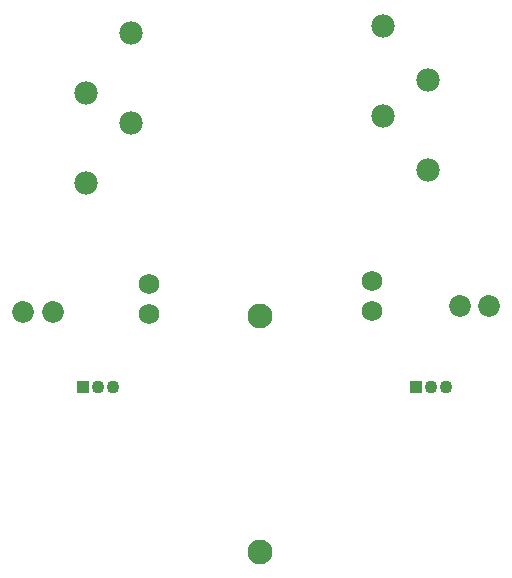
<source format=gbs>
G04 Layer: BottomSolderMaskLayer*
G04 EasyEDA v6.5.50, 2025-05-04 21:41:00*
G04 ca8d08ed92a845228751cf11d91fab5a,29578758438443b98db2ef743fe8f290,10*
G04 Gerber Generator version 0.2*
G04 Scale: 100 percent, Rotated: No, Reflected: No *
G04 Dimensions in millimeters *
G04 leading zeros omitted , absolute positions ,4 integer and 5 decimal *
%FSLAX45Y45*%
%MOMM*%

%AMMACRO1*4,1,8,-0.5208,-0.55,-0.55,-0.5206,-0.55,0.5208,-0.5208,0.55,0.5206,0.55,0.55,0.5208,0.55,-0.5206,0.5206,-0.55,-0.5208,-0.55,0*%
%ADD10C,1.7526*%
%ADD11C,2.1016*%
%ADD12C,1.8500*%
%ADD13C,1.1000*%
%ADD14MACRO1*%
%ADD15C,1.9812*%
%ADD16C,0.0122*%

%LPD*%
D10*
G01*
X1739900Y6108649D03*
G01*
X1739900Y5854649D03*
G01*
X3632200Y6134049D03*
G01*
X3632200Y5880049D03*
D11*
G01*
X2679700Y5838697D03*
G01*
X2679700Y3838702D03*
D12*
G01*
X675106Y5867400D03*
G01*
X925093Y5867400D03*
G01*
X4620793Y5918200D03*
G01*
X4370806Y5918200D03*
D13*
G01*
X4257497Y5232400D03*
G01*
X4127500Y5232400D03*
D14*
G01*
X3997490Y5232387D03*
D13*
G01*
X1438097Y5232400D03*
G01*
X1308100Y5232400D03*
D14*
G01*
X1178090Y5232387D03*
D15*
G01*
X1206500Y6959600D03*
G01*
X1206500Y7721600D03*
G01*
X1587500Y7467600D03*
G01*
X1587500Y8229600D03*
G01*
X3721100Y7531100D03*
G01*
X3721100Y8293100D03*
G01*
X4102100Y7073900D03*
G01*
X4102100Y7835900D03*
M02*

</source>
